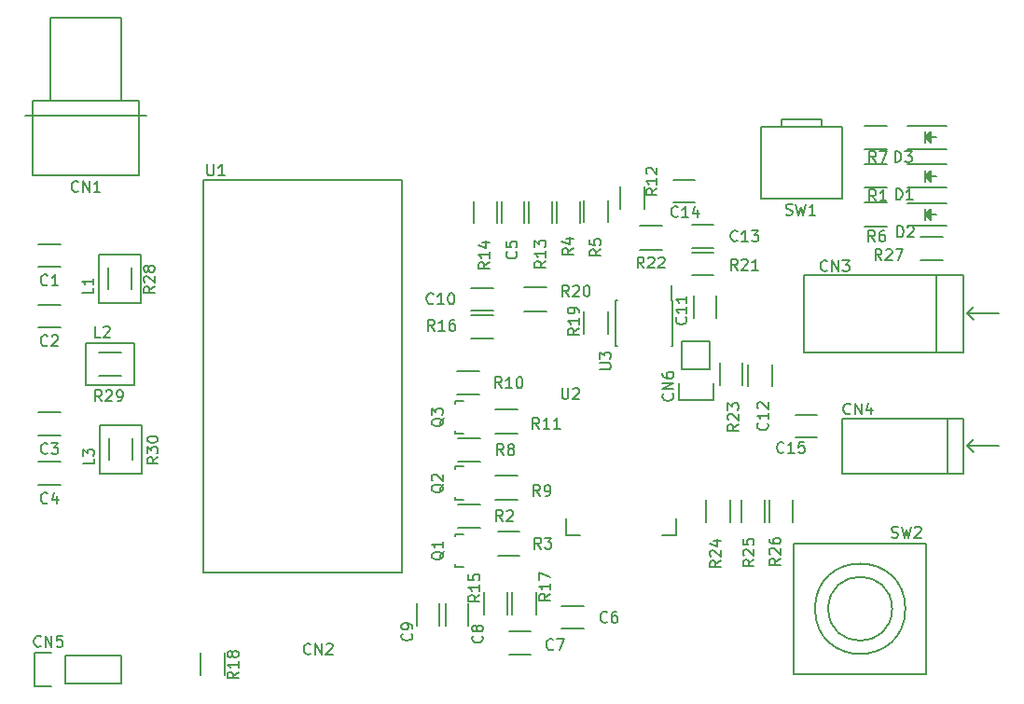
<source format=gbr>
G04 #@! TF.FileFunction,Legend,Top*
%FSLAX46Y46*%
G04 Gerber Fmt 4.6, Leading zero omitted, Abs format (unit mm)*
G04 Created by KiCad (PCBNEW 4.0.2+dfsg1-stable) date Mo 11 Jun 2018 17:17:46 CEST*
%MOMM*%
G01*
G04 APERTURE LIST*
%ADD10C,0.100000*%
%ADD11C,0.150000*%
G04 APERTURE END LIST*
D10*
D11*
X57000000Y-90725000D02*
X59000000Y-90725000D01*
X59000000Y-88675000D02*
X57000000Y-88675000D01*
X57000000Y-96225000D02*
X59000000Y-96225000D01*
X59000000Y-94175000D02*
X57000000Y-94175000D01*
X57000000Y-106025000D02*
X59000000Y-106025000D01*
X59000000Y-103975000D02*
X57000000Y-103975000D01*
X57000000Y-110525000D02*
X59000000Y-110525000D01*
X59000000Y-108475000D02*
X57000000Y-108475000D01*
X99075000Y-84800000D02*
X99075000Y-86800000D01*
X101125000Y-86800000D02*
X101125000Y-84800000D01*
X104500000Y-123625000D02*
X106500000Y-123625000D01*
X106500000Y-121575000D02*
X104500000Y-121575000D01*
X99700000Y-125925000D02*
X101700000Y-125925000D01*
X101700000Y-123875000D02*
X99700000Y-123875000D01*
X96025000Y-123300000D02*
X96025000Y-121300000D01*
X93975000Y-121300000D02*
X93975000Y-123300000D01*
X93425000Y-123300000D02*
X93425000Y-121300000D01*
X91375000Y-121300000D02*
X91375000Y-123300000D01*
X96300000Y-94725000D02*
X98300000Y-94725000D01*
X98300000Y-92675000D02*
X96300000Y-92675000D01*
X118525000Y-95400000D02*
X118525000Y-93400000D01*
X116475000Y-93400000D02*
X116475000Y-95400000D01*
X120925000Y-101500000D02*
X120925000Y-99500000D01*
X118875000Y-99500000D02*
X118875000Y-101500000D01*
X118300000Y-89475000D02*
X116300000Y-89475000D01*
X116300000Y-91525000D02*
X118300000Y-91525000D01*
X64500000Y-75700000D02*
X64500000Y-68100000D01*
X64500000Y-68100000D02*
X58100000Y-68100000D01*
X58100000Y-68100000D02*
X58100000Y-75700000D01*
X66800000Y-77000000D02*
X55800000Y-77000000D01*
X66100000Y-82400000D02*
X56500000Y-82400000D01*
X56500000Y-82400000D02*
X56500000Y-75700000D01*
X56500000Y-75700000D02*
X66100000Y-75700000D01*
X66100000Y-75700000D02*
X66100000Y-82400000D01*
X66300000Y-89600000D02*
X66300000Y-94000000D01*
X66300000Y-94000000D02*
X62500000Y-94000000D01*
X62500000Y-94000000D02*
X62500000Y-89600000D01*
X62500000Y-89600000D02*
X66300000Y-89600000D01*
X65700000Y-101500000D02*
X61300000Y-101500000D01*
X61300000Y-101500000D02*
X61300000Y-97700000D01*
X61300000Y-97700000D02*
X65700000Y-97700000D01*
X65700000Y-97700000D02*
X65700000Y-101500000D01*
X66400000Y-105100000D02*
X66400000Y-109500000D01*
X66400000Y-109500000D02*
X62600000Y-109500000D01*
X62600000Y-109500000D02*
X62600000Y-105100000D01*
X62600000Y-105100000D02*
X66400000Y-105100000D01*
X132000000Y-81425000D02*
X134000000Y-81425000D01*
X134000000Y-83575000D02*
X132000000Y-83575000D01*
X95100000Y-112325000D02*
X97100000Y-112325000D01*
X97100000Y-114475000D02*
X95100000Y-114475000D01*
X98700000Y-114825000D02*
X100700000Y-114825000D01*
X100700000Y-116975000D02*
X98700000Y-116975000D01*
X104025000Y-86800000D02*
X104025000Y-84800000D01*
X106175000Y-84800000D02*
X106175000Y-86800000D01*
X106525000Y-86700000D02*
X106525000Y-84700000D01*
X108675000Y-84700000D02*
X108675000Y-86700000D01*
X132000000Y-84925000D02*
X134000000Y-84925000D01*
X134000000Y-87075000D02*
X132000000Y-87075000D01*
X132000000Y-77925000D02*
X134000000Y-77925000D01*
X134000000Y-80075000D02*
X132000000Y-80075000D01*
X95100000Y-106325000D02*
X97100000Y-106325000D01*
X97100000Y-108475000D02*
X95100000Y-108475000D01*
X98500000Y-109725000D02*
X100500000Y-109725000D01*
X100500000Y-111875000D02*
X98500000Y-111875000D01*
X95000000Y-100225000D02*
X97000000Y-100225000D01*
X97000000Y-102375000D02*
X95000000Y-102375000D01*
X98500000Y-103725000D02*
X100500000Y-103725000D01*
X100500000Y-105875000D02*
X98500000Y-105875000D01*
X111975000Y-83500000D02*
X111975000Y-85500000D01*
X109825000Y-85500000D02*
X109825000Y-83500000D01*
X101525000Y-86800000D02*
X101525000Y-84800000D01*
X103675000Y-84800000D02*
X103675000Y-86800000D01*
X98675000Y-84800000D02*
X98675000Y-86800000D01*
X96525000Y-86800000D02*
X96525000Y-84800000D01*
X99575000Y-120300000D02*
X99575000Y-122300000D01*
X97425000Y-122300000D02*
X97425000Y-120300000D01*
X96300000Y-95125000D02*
X98300000Y-95125000D01*
X98300000Y-97275000D02*
X96300000Y-97275000D01*
X100025000Y-122300000D02*
X100025000Y-120300000D01*
X102175000Y-120300000D02*
X102175000Y-122300000D01*
X73875000Y-125800000D02*
X73875000Y-127800000D01*
X71725000Y-127800000D02*
X71725000Y-125800000D01*
X108675000Y-94800000D02*
X108675000Y-96800000D01*
X106525000Y-96800000D02*
X106525000Y-94800000D01*
X101100000Y-92625000D02*
X103100000Y-92625000D01*
X103100000Y-94775000D02*
X101100000Y-94775000D01*
X116300000Y-86925000D02*
X118300000Y-86925000D01*
X118300000Y-89075000D02*
X116300000Y-89075000D01*
X111600000Y-87025000D02*
X113600000Y-87025000D01*
X113600000Y-89175000D02*
X111600000Y-89175000D01*
X123575000Y-99600000D02*
X123575000Y-101600000D01*
X121425000Y-101600000D02*
X121425000Y-99600000D01*
X72000000Y-118500000D02*
X90000000Y-118500000D01*
X90000000Y-118500000D02*
X90000000Y-82900000D01*
X90000000Y-82900000D02*
X72000000Y-82900000D01*
X72000000Y-82900000D02*
X72000000Y-118500000D01*
X114900000Y-115100000D02*
X113650000Y-115100000D01*
X114900000Y-115100000D02*
X114900000Y-113600000D01*
X104900000Y-115100000D02*
X104900000Y-113600000D01*
X104900000Y-115100000D02*
X106150000Y-115100000D01*
X114578500Y-93820500D02*
X114433500Y-93820500D01*
X114578500Y-97970500D02*
X114433500Y-97970500D01*
X109428500Y-97970500D02*
X109573500Y-97970500D01*
X109428500Y-93820500D02*
X109573500Y-93820500D01*
X114578500Y-93820500D02*
X114578500Y-97970500D01*
X109428500Y-93820500D02*
X109428500Y-97970500D01*
X114433500Y-93820500D02*
X114433500Y-92420500D01*
X135850000Y-83550000D02*
X139450000Y-83550000D01*
X135850000Y-81450000D02*
X139450000Y-81450000D01*
X137900000Y-82200000D02*
X137900000Y-82800000D01*
X137900000Y-82800000D02*
X137600000Y-82500000D01*
X137600000Y-82500000D02*
X137800000Y-82300000D01*
X137800000Y-82300000D02*
X137800000Y-82550000D01*
X137800000Y-82550000D02*
X137750000Y-82500000D01*
X137500000Y-82000000D02*
X137500000Y-83000000D01*
X138000000Y-82500000D02*
X138500000Y-82500000D01*
X137500000Y-82500000D02*
X138000000Y-82000000D01*
X138000000Y-82000000D02*
X138000000Y-83000000D01*
X138000000Y-83000000D02*
X137500000Y-82500000D01*
X135850000Y-87050000D02*
X139450000Y-87050000D01*
X135850000Y-84950000D02*
X139450000Y-84950000D01*
X137900000Y-85700000D02*
X137900000Y-86300000D01*
X137900000Y-86300000D02*
X137600000Y-86000000D01*
X137600000Y-86000000D02*
X137800000Y-85800000D01*
X137800000Y-85800000D02*
X137800000Y-86050000D01*
X137800000Y-86050000D02*
X137750000Y-86000000D01*
X137500000Y-85500000D02*
X137500000Y-86500000D01*
X138000000Y-86000000D02*
X138500000Y-86000000D01*
X137500000Y-86000000D02*
X138000000Y-85500000D01*
X138000000Y-85500000D02*
X138000000Y-86500000D01*
X138000000Y-86500000D02*
X137500000Y-86000000D01*
X135850000Y-80050000D02*
X139450000Y-80050000D01*
X135850000Y-77950000D02*
X139450000Y-77950000D01*
X137900000Y-78700000D02*
X137900000Y-79300000D01*
X137900000Y-79300000D02*
X137600000Y-79000000D01*
X137600000Y-79000000D02*
X137800000Y-78800000D01*
X137800000Y-78800000D02*
X137800000Y-79050000D01*
X137800000Y-79050000D02*
X137750000Y-79000000D01*
X137500000Y-78500000D02*
X137500000Y-79500000D01*
X138000000Y-79000000D02*
X138500000Y-79000000D01*
X137500000Y-79000000D02*
X138000000Y-78500000D01*
X138000000Y-78500000D02*
X138000000Y-79500000D01*
X138000000Y-79500000D02*
X137500000Y-79000000D01*
X94849760Y-115200840D02*
X94849760Y-115249100D01*
X95550800Y-117999820D02*
X94849760Y-117999820D01*
X94849760Y-117999820D02*
X94849760Y-117750900D01*
X94849760Y-115200840D02*
X94849760Y-115000180D01*
X94849760Y-115000180D02*
X95550800Y-115000180D01*
X94849760Y-109100840D02*
X94849760Y-109149100D01*
X95550800Y-111899820D02*
X94849760Y-111899820D01*
X94849760Y-111899820D02*
X94849760Y-111650900D01*
X94849760Y-109100840D02*
X94849760Y-108900180D01*
X94849760Y-108900180D02*
X95550800Y-108900180D01*
X94849760Y-103100840D02*
X94849760Y-103149100D01*
X95550800Y-105899820D02*
X94849760Y-105899820D01*
X94849760Y-105899820D02*
X94849760Y-105650900D01*
X94849760Y-103100840D02*
X94849760Y-102900180D01*
X94849760Y-102900180D02*
X95550800Y-102900180D01*
X117625000Y-113900000D02*
X117625000Y-111900000D01*
X119775000Y-111900000D02*
X119775000Y-113900000D01*
X120825000Y-113900000D02*
X120825000Y-111900000D01*
X122975000Y-111900000D02*
X122975000Y-113900000D01*
X123325000Y-113900000D02*
X123325000Y-111900000D01*
X125475000Y-111900000D02*
X125475000Y-113900000D01*
X125600000Y-115900000D02*
X125600000Y-127700000D01*
X125600000Y-115900000D02*
X137600000Y-115900000D01*
X137600000Y-115900000D02*
X137600000Y-127700000D01*
X137600000Y-127700000D02*
X125600000Y-127700000D01*
X134500000Y-121800000D02*
G75*
G03X134500000Y-121800000I-2900000J0D01*
G01*
X135700000Y-121800000D02*
G75*
G03X135700000Y-121800000I-4100000J0D01*
G01*
X114600000Y-84925000D02*
X116600000Y-84925000D01*
X116600000Y-82875000D02*
X114600000Y-82875000D01*
X125700000Y-106225000D02*
X127700000Y-106225000D01*
X127700000Y-104175000D02*
X125700000Y-104175000D01*
X137100000Y-88025000D02*
X139100000Y-88025000D01*
X139100000Y-90175000D02*
X137100000Y-90175000D01*
X138500000Y-91500000D02*
X138500000Y-98500000D01*
X141000000Y-91500000D02*
X141000000Y-98500000D01*
X141000000Y-98500000D02*
X126500000Y-98500000D01*
X126500000Y-98500000D02*
X126500000Y-91500000D01*
X126500000Y-91500000D02*
X141000000Y-91500000D01*
X141900000Y-94400000D02*
X141300000Y-95000000D01*
X141300000Y-95000000D02*
X141900000Y-95600000D01*
X144200000Y-95000000D02*
X141300000Y-95000000D01*
X141900000Y-106400000D02*
X141300000Y-107000000D01*
X141300000Y-107000000D02*
X141900000Y-107600000D01*
X144200000Y-107000000D02*
X141300000Y-107000000D01*
X139500000Y-104500000D02*
X139500000Y-109500000D01*
X141000000Y-104500000D02*
X141000000Y-109500000D01*
X141000000Y-109500000D02*
X130000000Y-109500000D01*
X130000000Y-109500000D02*
X130000000Y-104500000D01*
X130000000Y-104500000D02*
X141000000Y-104500000D01*
X128100000Y-77400000D02*
X128100000Y-78000000D01*
X128100000Y-77400000D02*
X124500000Y-77400000D01*
X124500000Y-77400000D02*
X124500000Y-78000000D01*
X130000000Y-84600000D02*
X122600000Y-84600000D01*
X122600000Y-84600000D02*
X122600000Y-78000000D01*
X122600000Y-78000000D02*
X130000000Y-78000000D01*
X130000000Y-78000000D02*
X130000000Y-84600000D01*
X65475000Y-90800000D02*
X65475000Y-92800000D01*
X63325000Y-92800000D02*
X63325000Y-90800000D01*
X64500000Y-100675000D02*
X62500000Y-100675000D01*
X62500000Y-98525000D02*
X64500000Y-98525000D01*
X65575000Y-106300000D02*
X65575000Y-108300000D01*
X63425000Y-108300000D02*
X63425000Y-106300000D01*
X59470000Y-128570000D02*
X64550000Y-128570000D01*
X64550000Y-128570000D02*
X64550000Y-126030000D01*
X64550000Y-126030000D02*
X59470000Y-126030000D01*
X56650000Y-125750000D02*
X58200000Y-125750000D01*
X59470000Y-126030000D02*
X59470000Y-128570000D01*
X58200000Y-128850000D02*
X56650000Y-128850000D01*
X56650000Y-128850000D02*
X56650000Y-125750000D01*
X115430000Y-100030000D02*
X115430000Y-97490000D01*
X115150000Y-102850000D02*
X115150000Y-101300000D01*
X115430000Y-100030000D02*
X117970000Y-100030000D01*
X118250000Y-101300000D02*
X118250000Y-102850000D01*
X118250000Y-102850000D02*
X115150000Y-102850000D01*
X117970000Y-100030000D02*
X117970000Y-97490000D01*
X117970000Y-97490000D02*
X115430000Y-97490000D01*
X57833334Y-92357143D02*
X57785715Y-92404762D01*
X57642858Y-92452381D01*
X57547620Y-92452381D01*
X57404762Y-92404762D01*
X57309524Y-92309524D01*
X57261905Y-92214286D01*
X57214286Y-92023810D01*
X57214286Y-91880952D01*
X57261905Y-91690476D01*
X57309524Y-91595238D01*
X57404762Y-91500000D01*
X57547620Y-91452381D01*
X57642858Y-91452381D01*
X57785715Y-91500000D01*
X57833334Y-91547619D01*
X58785715Y-92452381D02*
X58214286Y-92452381D01*
X58500000Y-92452381D02*
X58500000Y-91452381D01*
X58404762Y-91595238D01*
X58309524Y-91690476D01*
X58214286Y-91738095D01*
X57833334Y-97857143D02*
X57785715Y-97904762D01*
X57642858Y-97952381D01*
X57547620Y-97952381D01*
X57404762Y-97904762D01*
X57309524Y-97809524D01*
X57261905Y-97714286D01*
X57214286Y-97523810D01*
X57214286Y-97380952D01*
X57261905Y-97190476D01*
X57309524Y-97095238D01*
X57404762Y-97000000D01*
X57547620Y-96952381D01*
X57642858Y-96952381D01*
X57785715Y-97000000D01*
X57833334Y-97047619D01*
X58214286Y-97047619D02*
X58261905Y-97000000D01*
X58357143Y-96952381D01*
X58595239Y-96952381D01*
X58690477Y-97000000D01*
X58738096Y-97047619D01*
X58785715Y-97142857D01*
X58785715Y-97238095D01*
X58738096Y-97380952D01*
X58166667Y-97952381D01*
X58785715Y-97952381D01*
X57833334Y-107657143D02*
X57785715Y-107704762D01*
X57642858Y-107752381D01*
X57547620Y-107752381D01*
X57404762Y-107704762D01*
X57309524Y-107609524D01*
X57261905Y-107514286D01*
X57214286Y-107323810D01*
X57214286Y-107180952D01*
X57261905Y-106990476D01*
X57309524Y-106895238D01*
X57404762Y-106800000D01*
X57547620Y-106752381D01*
X57642858Y-106752381D01*
X57785715Y-106800000D01*
X57833334Y-106847619D01*
X58166667Y-106752381D02*
X58785715Y-106752381D01*
X58452381Y-107133333D01*
X58595239Y-107133333D01*
X58690477Y-107180952D01*
X58738096Y-107228571D01*
X58785715Y-107323810D01*
X58785715Y-107561905D01*
X58738096Y-107657143D01*
X58690477Y-107704762D01*
X58595239Y-107752381D01*
X58309524Y-107752381D01*
X58214286Y-107704762D01*
X58166667Y-107657143D01*
X57833334Y-112157143D02*
X57785715Y-112204762D01*
X57642858Y-112252381D01*
X57547620Y-112252381D01*
X57404762Y-112204762D01*
X57309524Y-112109524D01*
X57261905Y-112014286D01*
X57214286Y-111823810D01*
X57214286Y-111680952D01*
X57261905Y-111490476D01*
X57309524Y-111395238D01*
X57404762Y-111300000D01*
X57547620Y-111252381D01*
X57642858Y-111252381D01*
X57785715Y-111300000D01*
X57833334Y-111347619D01*
X58690477Y-111585714D02*
X58690477Y-112252381D01*
X58452381Y-111204762D02*
X58214286Y-111919048D01*
X58833334Y-111919048D01*
X100357143Y-89366666D02*
X100404762Y-89414285D01*
X100452381Y-89557142D01*
X100452381Y-89652380D01*
X100404762Y-89795238D01*
X100309524Y-89890476D01*
X100214286Y-89938095D01*
X100023810Y-89985714D01*
X99880952Y-89985714D01*
X99690476Y-89938095D01*
X99595238Y-89890476D01*
X99500000Y-89795238D01*
X99452381Y-89652380D01*
X99452381Y-89557142D01*
X99500000Y-89414285D01*
X99547619Y-89366666D01*
X99452381Y-88461904D02*
X99452381Y-88938095D01*
X99928571Y-88985714D01*
X99880952Y-88938095D01*
X99833333Y-88842857D01*
X99833333Y-88604761D01*
X99880952Y-88509523D01*
X99928571Y-88461904D01*
X100023810Y-88414285D01*
X100261905Y-88414285D01*
X100357143Y-88461904D01*
X100404762Y-88509523D01*
X100452381Y-88604761D01*
X100452381Y-88842857D01*
X100404762Y-88938095D01*
X100357143Y-88985714D01*
X108633334Y-122957143D02*
X108585715Y-123004762D01*
X108442858Y-123052381D01*
X108347620Y-123052381D01*
X108204762Y-123004762D01*
X108109524Y-122909524D01*
X108061905Y-122814286D01*
X108014286Y-122623810D01*
X108014286Y-122480952D01*
X108061905Y-122290476D01*
X108109524Y-122195238D01*
X108204762Y-122100000D01*
X108347620Y-122052381D01*
X108442858Y-122052381D01*
X108585715Y-122100000D01*
X108633334Y-122147619D01*
X109490477Y-122052381D02*
X109300000Y-122052381D01*
X109204762Y-122100000D01*
X109157143Y-122147619D01*
X109061905Y-122290476D01*
X109014286Y-122480952D01*
X109014286Y-122861905D01*
X109061905Y-122957143D01*
X109109524Y-123004762D01*
X109204762Y-123052381D01*
X109395239Y-123052381D01*
X109490477Y-123004762D01*
X109538096Y-122957143D01*
X109585715Y-122861905D01*
X109585715Y-122623810D01*
X109538096Y-122528571D01*
X109490477Y-122480952D01*
X109395239Y-122433333D01*
X109204762Y-122433333D01*
X109109524Y-122480952D01*
X109061905Y-122528571D01*
X109014286Y-122623810D01*
X103733334Y-125457143D02*
X103685715Y-125504762D01*
X103542858Y-125552381D01*
X103447620Y-125552381D01*
X103304762Y-125504762D01*
X103209524Y-125409524D01*
X103161905Y-125314286D01*
X103114286Y-125123810D01*
X103114286Y-124980952D01*
X103161905Y-124790476D01*
X103209524Y-124695238D01*
X103304762Y-124600000D01*
X103447620Y-124552381D01*
X103542858Y-124552381D01*
X103685715Y-124600000D01*
X103733334Y-124647619D01*
X104066667Y-124552381D02*
X104733334Y-124552381D01*
X104304762Y-125552381D01*
X97257143Y-124266666D02*
X97304762Y-124314285D01*
X97352381Y-124457142D01*
X97352381Y-124552380D01*
X97304762Y-124695238D01*
X97209524Y-124790476D01*
X97114286Y-124838095D01*
X96923810Y-124885714D01*
X96780952Y-124885714D01*
X96590476Y-124838095D01*
X96495238Y-124790476D01*
X96400000Y-124695238D01*
X96352381Y-124552380D01*
X96352381Y-124457142D01*
X96400000Y-124314285D01*
X96447619Y-124266666D01*
X96780952Y-123695238D02*
X96733333Y-123790476D01*
X96685714Y-123838095D01*
X96590476Y-123885714D01*
X96542857Y-123885714D01*
X96447619Y-123838095D01*
X96400000Y-123790476D01*
X96352381Y-123695238D01*
X96352381Y-123504761D01*
X96400000Y-123409523D01*
X96447619Y-123361904D01*
X96542857Y-123314285D01*
X96590476Y-123314285D01*
X96685714Y-123361904D01*
X96733333Y-123409523D01*
X96780952Y-123504761D01*
X96780952Y-123695238D01*
X96828571Y-123790476D01*
X96876190Y-123838095D01*
X96971429Y-123885714D01*
X97161905Y-123885714D01*
X97257143Y-123838095D01*
X97304762Y-123790476D01*
X97352381Y-123695238D01*
X97352381Y-123504761D01*
X97304762Y-123409523D01*
X97257143Y-123361904D01*
X97161905Y-123314285D01*
X96971429Y-123314285D01*
X96876190Y-123361904D01*
X96828571Y-123409523D01*
X96780952Y-123504761D01*
X90857143Y-124066666D02*
X90904762Y-124114285D01*
X90952381Y-124257142D01*
X90952381Y-124352380D01*
X90904762Y-124495238D01*
X90809524Y-124590476D01*
X90714286Y-124638095D01*
X90523810Y-124685714D01*
X90380952Y-124685714D01*
X90190476Y-124638095D01*
X90095238Y-124590476D01*
X90000000Y-124495238D01*
X89952381Y-124352380D01*
X89952381Y-124257142D01*
X90000000Y-124114285D01*
X90047619Y-124066666D01*
X90952381Y-123590476D02*
X90952381Y-123400000D01*
X90904762Y-123304761D01*
X90857143Y-123257142D01*
X90714286Y-123161904D01*
X90523810Y-123114285D01*
X90142857Y-123114285D01*
X90047619Y-123161904D01*
X90000000Y-123209523D01*
X89952381Y-123304761D01*
X89952381Y-123495238D01*
X90000000Y-123590476D01*
X90047619Y-123638095D01*
X90142857Y-123685714D01*
X90380952Y-123685714D01*
X90476190Y-123638095D01*
X90523810Y-123590476D01*
X90571429Y-123495238D01*
X90571429Y-123304761D01*
X90523810Y-123209523D01*
X90476190Y-123161904D01*
X90380952Y-123114285D01*
X92857143Y-94057143D02*
X92809524Y-94104762D01*
X92666667Y-94152381D01*
X92571429Y-94152381D01*
X92428571Y-94104762D01*
X92333333Y-94009524D01*
X92285714Y-93914286D01*
X92238095Y-93723810D01*
X92238095Y-93580952D01*
X92285714Y-93390476D01*
X92333333Y-93295238D01*
X92428571Y-93200000D01*
X92571429Y-93152381D01*
X92666667Y-93152381D01*
X92809524Y-93200000D01*
X92857143Y-93247619D01*
X93809524Y-94152381D02*
X93238095Y-94152381D01*
X93523809Y-94152381D02*
X93523809Y-93152381D01*
X93428571Y-93295238D01*
X93333333Y-93390476D01*
X93238095Y-93438095D01*
X94428571Y-93152381D02*
X94523810Y-93152381D01*
X94619048Y-93200000D01*
X94666667Y-93247619D01*
X94714286Y-93342857D01*
X94761905Y-93533333D01*
X94761905Y-93771429D01*
X94714286Y-93961905D01*
X94666667Y-94057143D01*
X94619048Y-94104762D01*
X94523810Y-94152381D01*
X94428571Y-94152381D01*
X94333333Y-94104762D01*
X94285714Y-94057143D01*
X94238095Y-93961905D01*
X94190476Y-93771429D01*
X94190476Y-93533333D01*
X94238095Y-93342857D01*
X94285714Y-93247619D01*
X94333333Y-93200000D01*
X94428571Y-93152381D01*
X115757143Y-95342857D02*
X115804762Y-95390476D01*
X115852381Y-95533333D01*
X115852381Y-95628571D01*
X115804762Y-95771429D01*
X115709524Y-95866667D01*
X115614286Y-95914286D01*
X115423810Y-95961905D01*
X115280952Y-95961905D01*
X115090476Y-95914286D01*
X114995238Y-95866667D01*
X114900000Y-95771429D01*
X114852381Y-95628571D01*
X114852381Y-95533333D01*
X114900000Y-95390476D01*
X114947619Y-95342857D01*
X115852381Y-94390476D02*
X115852381Y-94961905D01*
X115852381Y-94676191D02*
X114852381Y-94676191D01*
X114995238Y-94771429D01*
X115090476Y-94866667D01*
X115138095Y-94961905D01*
X115852381Y-93438095D02*
X115852381Y-94009524D01*
X115852381Y-93723810D02*
X114852381Y-93723810D01*
X114995238Y-93819048D01*
X115090476Y-93914286D01*
X115138095Y-94009524D01*
X123157143Y-104942857D02*
X123204762Y-104990476D01*
X123252381Y-105133333D01*
X123252381Y-105228571D01*
X123204762Y-105371429D01*
X123109524Y-105466667D01*
X123014286Y-105514286D01*
X122823810Y-105561905D01*
X122680952Y-105561905D01*
X122490476Y-105514286D01*
X122395238Y-105466667D01*
X122300000Y-105371429D01*
X122252381Y-105228571D01*
X122252381Y-105133333D01*
X122300000Y-104990476D01*
X122347619Y-104942857D01*
X123252381Y-103990476D02*
X123252381Y-104561905D01*
X123252381Y-104276191D02*
X122252381Y-104276191D01*
X122395238Y-104371429D01*
X122490476Y-104466667D01*
X122538095Y-104561905D01*
X122347619Y-103609524D02*
X122300000Y-103561905D01*
X122252381Y-103466667D01*
X122252381Y-103228571D01*
X122300000Y-103133333D01*
X122347619Y-103085714D01*
X122442857Y-103038095D01*
X122538095Y-103038095D01*
X122680952Y-103085714D01*
X123252381Y-103657143D01*
X123252381Y-103038095D01*
X120457143Y-88357143D02*
X120409524Y-88404762D01*
X120266667Y-88452381D01*
X120171429Y-88452381D01*
X120028571Y-88404762D01*
X119933333Y-88309524D01*
X119885714Y-88214286D01*
X119838095Y-88023810D01*
X119838095Y-87880952D01*
X119885714Y-87690476D01*
X119933333Y-87595238D01*
X120028571Y-87500000D01*
X120171429Y-87452381D01*
X120266667Y-87452381D01*
X120409524Y-87500000D01*
X120457143Y-87547619D01*
X121409524Y-88452381D02*
X120838095Y-88452381D01*
X121123809Y-88452381D02*
X121123809Y-87452381D01*
X121028571Y-87595238D01*
X120933333Y-87690476D01*
X120838095Y-87738095D01*
X121742857Y-87452381D02*
X122361905Y-87452381D01*
X122028571Y-87833333D01*
X122171429Y-87833333D01*
X122266667Y-87880952D01*
X122314286Y-87928571D01*
X122361905Y-88023810D01*
X122361905Y-88261905D01*
X122314286Y-88357143D01*
X122266667Y-88404762D01*
X122171429Y-88452381D01*
X121885714Y-88452381D01*
X121790476Y-88404762D01*
X121742857Y-88357143D01*
X60609524Y-83857143D02*
X60561905Y-83904762D01*
X60419048Y-83952381D01*
X60323810Y-83952381D01*
X60180952Y-83904762D01*
X60085714Y-83809524D01*
X60038095Y-83714286D01*
X59990476Y-83523810D01*
X59990476Y-83380952D01*
X60038095Y-83190476D01*
X60085714Y-83095238D01*
X60180952Y-83000000D01*
X60323810Y-82952381D01*
X60419048Y-82952381D01*
X60561905Y-83000000D01*
X60609524Y-83047619D01*
X61038095Y-83952381D02*
X61038095Y-82952381D01*
X61609524Y-83952381D01*
X61609524Y-82952381D01*
X62609524Y-83952381D02*
X62038095Y-83952381D01*
X62323809Y-83952381D02*
X62323809Y-82952381D01*
X62228571Y-83095238D01*
X62133333Y-83190476D01*
X62038095Y-83238095D01*
X81709524Y-125857143D02*
X81661905Y-125904762D01*
X81519048Y-125952381D01*
X81423810Y-125952381D01*
X81280952Y-125904762D01*
X81185714Y-125809524D01*
X81138095Y-125714286D01*
X81090476Y-125523810D01*
X81090476Y-125380952D01*
X81138095Y-125190476D01*
X81185714Y-125095238D01*
X81280952Y-125000000D01*
X81423810Y-124952381D01*
X81519048Y-124952381D01*
X81661905Y-125000000D01*
X81709524Y-125047619D01*
X82138095Y-125952381D02*
X82138095Y-124952381D01*
X82709524Y-125952381D01*
X82709524Y-124952381D01*
X83138095Y-125047619D02*
X83185714Y-125000000D01*
X83280952Y-124952381D01*
X83519048Y-124952381D01*
X83614286Y-125000000D01*
X83661905Y-125047619D01*
X83709524Y-125142857D01*
X83709524Y-125238095D01*
X83661905Y-125380952D01*
X83090476Y-125952381D01*
X83709524Y-125952381D01*
X61952381Y-92666666D02*
X61952381Y-93142857D01*
X60952381Y-93142857D01*
X61952381Y-91809523D02*
X61952381Y-92380952D01*
X61952381Y-92095238D02*
X60952381Y-92095238D01*
X61095238Y-92190476D01*
X61190476Y-92285714D01*
X61238095Y-92380952D01*
X62633334Y-97152381D02*
X62157143Y-97152381D01*
X62157143Y-96152381D01*
X62919048Y-96247619D02*
X62966667Y-96200000D01*
X63061905Y-96152381D01*
X63300001Y-96152381D01*
X63395239Y-96200000D01*
X63442858Y-96247619D01*
X63490477Y-96342857D01*
X63490477Y-96438095D01*
X63442858Y-96580952D01*
X62871429Y-97152381D01*
X63490477Y-97152381D01*
X62052381Y-108166666D02*
X62052381Y-108642857D01*
X61052381Y-108642857D01*
X61052381Y-107928571D02*
X61052381Y-107309523D01*
X61433333Y-107642857D01*
X61433333Y-107499999D01*
X61480952Y-107404761D01*
X61528571Y-107357142D01*
X61623810Y-107309523D01*
X61861905Y-107309523D01*
X61957143Y-107357142D01*
X62004762Y-107404761D01*
X62052381Y-107499999D01*
X62052381Y-107785714D01*
X62004762Y-107880952D01*
X61957143Y-107928571D01*
X133033334Y-84752381D02*
X132700000Y-84276190D01*
X132461905Y-84752381D02*
X132461905Y-83752381D01*
X132842858Y-83752381D01*
X132938096Y-83800000D01*
X132985715Y-83847619D01*
X133033334Y-83942857D01*
X133033334Y-84085714D01*
X132985715Y-84180952D01*
X132938096Y-84228571D01*
X132842858Y-84276190D01*
X132461905Y-84276190D01*
X133985715Y-84752381D02*
X133414286Y-84752381D01*
X133700000Y-84752381D02*
X133700000Y-83752381D01*
X133604762Y-83895238D01*
X133509524Y-83990476D01*
X133414286Y-84038095D01*
X99133334Y-113852381D02*
X98800000Y-113376190D01*
X98561905Y-113852381D02*
X98561905Y-112852381D01*
X98942858Y-112852381D01*
X99038096Y-112900000D01*
X99085715Y-112947619D01*
X99133334Y-113042857D01*
X99133334Y-113185714D01*
X99085715Y-113280952D01*
X99038096Y-113328571D01*
X98942858Y-113376190D01*
X98561905Y-113376190D01*
X99514286Y-112947619D02*
X99561905Y-112900000D01*
X99657143Y-112852381D01*
X99895239Y-112852381D01*
X99990477Y-112900000D01*
X100038096Y-112947619D01*
X100085715Y-113042857D01*
X100085715Y-113138095D01*
X100038096Y-113280952D01*
X99466667Y-113852381D01*
X100085715Y-113852381D01*
X102633334Y-116352381D02*
X102300000Y-115876190D01*
X102061905Y-116352381D02*
X102061905Y-115352381D01*
X102442858Y-115352381D01*
X102538096Y-115400000D01*
X102585715Y-115447619D01*
X102633334Y-115542857D01*
X102633334Y-115685714D01*
X102585715Y-115780952D01*
X102538096Y-115828571D01*
X102442858Y-115876190D01*
X102061905Y-115876190D01*
X102966667Y-115352381D02*
X103585715Y-115352381D01*
X103252381Y-115733333D01*
X103395239Y-115733333D01*
X103490477Y-115780952D01*
X103538096Y-115828571D01*
X103585715Y-115923810D01*
X103585715Y-116161905D01*
X103538096Y-116257143D01*
X103490477Y-116304762D01*
X103395239Y-116352381D01*
X103109524Y-116352381D01*
X103014286Y-116304762D01*
X102966667Y-116257143D01*
X105552381Y-89066666D02*
X105076190Y-89400000D01*
X105552381Y-89638095D02*
X104552381Y-89638095D01*
X104552381Y-89257142D01*
X104600000Y-89161904D01*
X104647619Y-89114285D01*
X104742857Y-89066666D01*
X104885714Y-89066666D01*
X104980952Y-89114285D01*
X105028571Y-89161904D01*
X105076190Y-89257142D01*
X105076190Y-89638095D01*
X104885714Y-88209523D02*
X105552381Y-88209523D01*
X104504762Y-88447619D02*
X105219048Y-88685714D01*
X105219048Y-88066666D01*
X108052381Y-89166666D02*
X107576190Y-89500000D01*
X108052381Y-89738095D02*
X107052381Y-89738095D01*
X107052381Y-89357142D01*
X107100000Y-89261904D01*
X107147619Y-89214285D01*
X107242857Y-89166666D01*
X107385714Y-89166666D01*
X107480952Y-89214285D01*
X107528571Y-89261904D01*
X107576190Y-89357142D01*
X107576190Y-89738095D01*
X107052381Y-88261904D02*
X107052381Y-88738095D01*
X107528571Y-88785714D01*
X107480952Y-88738095D01*
X107433333Y-88642857D01*
X107433333Y-88404761D01*
X107480952Y-88309523D01*
X107528571Y-88261904D01*
X107623810Y-88214285D01*
X107861905Y-88214285D01*
X107957143Y-88261904D01*
X108004762Y-88309523D01*
X108052381Y-88404761D01*
X108052381Y-88642857D01*
X108004762Y-88738095D01*
X107957143Y-88785714D01*
X132933334Y-88452381D02*
X132600000Y-87976190D01*
X132361905Y-88452381D02*
X132361905Y-87452381D01*
X132742858Y-87452381D01*
X132838096Y-87500000D01*
X132885715Y-87547619D01*
X132933334Y-87642857D01*
X132933334Y-87785714D01*
X132885715Y-87880952D01*
X132838096Y-87928571D01*
X132742858Y-87976190D01*
X132361905Y-87976190D01*
X133790477Y-87452381D02*
X133600000Y-87452381D01*
X133504762Y-87500000D01*
X133457143Y-87547619D01*
X133361905Y-87690476D01*
X133314286Y-87880952D01*
X133314286Y-88261905D01*
X133361905Y-88357143D01*
X133409524Y-88404762D01*
X133504762Y-88452381D01*
X133695239Y-88452381D01*
X133790477Y-88404762D01*
X133838096Y-88357143D01*
X133885715Y-88261905D01*
X133885715Y-88023810D01*
X133838096Y-87928571D01*
X133790477Y-87880952D01*
X133695239Y-87833333D01*
X133504762Y-87833333D01*
X133409524Y-87880952D01*
X133361905Y-87928571D01*
X133314286Y-88023810D01*
X133033334Y-81252381D02*
X132700000Y-80776190D01*
X132461905Y-81252381D02*
X132461905Y-80252381D01*
X132842858Y-80252381D01*
X132938096Y-80300000D01*
X132985715Y-80347619D01*
X133033334Y-80442857D01*
X133033334Y-80585714D01*
X132985715Y-80680952D01*
X132938096Y-80728571D01*
X132842858Y-80776190D01*
X132461905Y-80776190D01*
X133366667Y-80252381D02*
X134033334Y-80252381D01*
X133604762Y-81252381D01*
X99233334Y-107852381D02*
X98900000Y-107376190D01*
X98661905Y-107852381D02*
X98661905Y-106852381D01*
X99042858Y-106852381D01*
X99138096Y-106900000D01*
X99185715Y-106947619D01*
X99233334Y-107042857D01*
X99233334Y-107185714D01*
X99185715Y-107280952D01*
X99138096Y-107328571D01*
X99042858Y-107376190D01*
X98661905Y-107376190D01*
X99804762Y-107280952D02*
X99709524Y-107233333D01*
X99661905Y-107185714D01*
X99614286Y-107090476D01*
X99614286Y-107042857D01*
X99661905Y-106947619D01*
X99709524Y-106900000D01*
X99804762Y-106852381D01*
X99995239Y-106852381D01*
X100090477Y-106900000D01*
X100138096Y-106947619D01*
X100185715Y-107042857D01*
X100185715Y-107090476D01*
X100138096Y-107185714D01*
X100090477Y-107233333D01*
X99995239Y-107280952D01*
X99804762Y-107280952D01*
X99709524Y-107328571D01*
X99661905Y-107376190D01*
X99614286Y-107471429D01*
X99614286Y-107661905D01*
X99661905Y-107757143D01*
X99709524Y-107804762D01*
X99804762Y-107852381D01*
X99995239Y-107852381D01*
X100090477Y-107804762D01*
X100138096Y-107757143D01*
X100185715Y-107661905D01*
X100185715Y-107471429D01*
X100138096Y-107376190D01*
X100090477Y-107328571D01*
X99995239Y-107280952D01*
X102533334Y-111552381D02*
X102200000Y-111076190D01*
X101961905Y-111552381D02*
X101961905Y-110552381D01*
X102342858Y-110552381D01*
X102438096Y-110600000D01*
X102485715Y-110647619D01*
X102533334Y-110742857D01*
X102533334Y-110885714D01*
X102485715Y-110980952D01*
X102438096Y-111028571D01*
X102342858Y-111076190D01*
X101961905Y-111076190D01*
X103009524Y-111552381D02*
X103200000Y-111552381D01*
X103295239Y-111504762D01*
X103342858Y-111457143D01*
X103438096Y-111314286D01*
X103485715Y-111123810D01*
X103485715Y-110742857D01*
X103438096Y-110647619D01*
X103390477Y-110600000D01*
X103295239Y-110552381D01*
X103104762Y-110552381D01*
X103009524Y-110600000D01*
X102961905Y-110647619D01*
X102914286Y-110742857D01*
X102914286Y-110980952D01*
X102961905Y-111076190D01*
X103009524Y-111123810D01*
X103104762Y-111171429D01*
X103295239Y-111171429D01*
X103390477Y-111123810D01*
X103438096Y-111076190D01*
X103485715Y-110980952D01*
X99057143Y-101752381D02*
X98723809Y-101276190D01*
X98485714Y-101752381D02*
X98485714Y-100752381D01*
X98866667Y-100752381D01*
X98961905Y-100800000D01*
X99009524Y-100847619D01*
X99057143Y-100942857D01*
X99057143Y-101085714D01*
X99009524Y-101180952D01*
X98961905Y-101228571D01*
X98866667Y-101276190D01*
X98485714Y-101276190D01*
X100009524Y-101752381D02*
X99438095Y-101752381D01*
X99723809Y-101752381D02*
X99723809Y-100752381D01*
X99628571Y-100895238D01*
X99533333Y-100990476D01*
X99438095Y-101038095D01*
X100628571Y-100752381D02*
X100723810Y-100752381D01*
X100819048Y-100800000D01*
X100866667Y-100847619D01*
X100914286Y-100942857D01*
X100961905Y-101133333D01*
X100961905Y-101371429D01*
X100914286Y-101561905D01*
X100866667Y-101657143D01*
X100819048Y-101704762D01*
X100723810Y-101752381D01*
X100628571Y-101752381D01*
X100533333Y-101704762D01*
X100485714Y-101657143D01*
X100438095Y-101561905D01*
X100390476Y-101371429D01*
X100390476Y-101133333D01*
X100438095Y-100942857D01*
X100485714Y-100847619D01*
X100533333Y-100800000D01*
X100628571Y-100752381D01*
X102457143Y-105452381D02*
X102123809Y-104976190D01*
X101885714Y-105452381D02*
X101885714Y-104452381D01*
X102266667Y-104452381D01*
X102361905Y-104500000D01*
X102409524Y-104547619D01*
X102457143Y-104642857D01*
X102457143Y-104785714D01*
X102409524Y-104880952D01*
X102361905Y-104928571D01*
X102266667Y-104976190D01*
X101885714Y-104976190D01*
X103409524Y-105452381D02*
X102838095Y-105452381D01*
X103123809Y-105452381D02*
X103123809Y-104452381D01*
X103028571Y-104595238D01*
X102933333Y-104690476D01*
X102838095Y-104738095D01*
X104361905Y-105452381D02*
X103790476Y-105452381D01*
X104076190Y-105452381D02*
X104076190Y-104452381D01*
X103980952Y-104595238D01*
X103885714Y-104690476D01*
X103790476Y-104738095D01*
X113152381Y-83642857D02*
X112676190Y-83976191D01*
X113152381Y-84214286D02*
X112152381Y-84214286D01*
X112152381Y-83833333D01*
X112200000Y-83738095D01*
X112247619Y-83690476D01*
X112342857Y-83642857D01*
X112485714Y-83642857D01*
X112580952Y-83690476D01*
X112628571Y-83738095D01*
X112676190Y-83833333D01*
X112676190Y-84214286D01*
X113152381Y-82690476D02*
X113152381Y-83261905D01*
X113152381Y-82976191D02*
X112152381Y-82976191D01*
X112295238Y-83071429D01*
X112390476Y-83166667D01*
X112438095Y-83261905D01*
X112247619Y-82309524D02*
X112200000Y-82261905D01*
X112152381Y-82166667D01*
X112152381Y-81928571D01*
X112200000Y-81833333D01*
X112247619Y-81785714D01*
X112342857Y-81738095D01*
X112438095Y-81738095D01*
X112580952Y-81785714D01*
X113152381Y-82357143D01*
X113152381Y-81738095D01*
X103052381Y-90242857D02*
X102576190Y-90576191D01*
X103052381Y-90814286D02*
X102052381Y-90814286D01*
X102052381Y-90433333D01*
X102100000Y-90338095D01*
X102147619Y-90290476D01*
X102242857Y-90242857D01*
X102385714Y-90242857D01*
X102480952Y-90290476D01*
X102528571Y-90338095D01*
X102576190Y-90433333D01*
X102576190Y-90814286D01*
X103052381Y-89290476D02*
X103052381Y-89861905D01*
X103052381Y-89576191D02*
X102052381Y-89576191D01*
X102195238Y-89671429D01*
X102290476Y-89766667D01*
X102338095Y-89861905D01*
X102052381Y-88957143D02*
X102052381Y-88338095D01*
X102433333Y-88671429D01*
X102433333Y-88528571D01*
X102480952Y-88433333D01*
X102528571Y-88385714D01*
X102623810Y-88338095D01*
X102861905Y-88338095D01*
X102957143Y-88385714D01*
X103004762Y-88433333D01*
X103052381Y-88528571D01*
X103052381Y-88814286D01*
X103004762Y-88909524D01*
X102957143Y-88957143D01*
X97952381Y-90342857D02*
X97476190Y-90676191D01*
X97952381Y-90914286D02*
X96952381Y-90914286D01*
X96952381Y-90533333D01*
X97000000Y-90438095D01*
X97047619Y-90390476D01*
X97142857Y-90342857D01*
X97285714Y-90342857D01*
X97380952Y-90390476D01*
X97428571Y-90438095D01*
X97476190Y-90533333D01*
X97476190Y-90914286D01*
X97952381Y-89390476D02*
X97952381Y-89961905D01*
X97952381Y-89676191D02*
X96952381Y-89676191D01*
X97095238Y-89771429D01*
X97190476Y-89866667D01*
X97238095Y-89961905D01*
X97285714Y-88533333D02*
X97952381Y-88533333D01*
X96904762Y-88771429D02*
X97619048Y-89009524D01*
X97619048Y-88390476D01*
X97052381Y-120542857D02*
X96576190Y-120876191D01*
X97052381Y-121114286D02*
X96052381Y-121114286D01*
X96052381Y-120733333D01*
X96100000Y-120638095D01*
X96147619Y-120590476D01*
X96242857Y-120542857D01*
X96385714Y-120542857D01*
X96480952Y-120590476D01*
X96528571Y-120638095D01*
X96576190Y-120733333D01*
X96576190Y-121114286D01*
X97052381Y-119590476D02*
X97052381Y-120161905D01*
X97052381Y-119876191D02*
X96052381Y-119876191D01*
X96195238Y-119971429D01*
X96290476Y-120066667D01*
X96338095Y-120161905D01*
X96052381Y-118685714D02*
X96052381Y-119161905D01*
X96528571Y-119209524D01*
X96480952Y-119161905D01*
X96433333Y-119066667D01*
X96433333Y-118828571D01*
X96480952Y-118733333D01*
X96528571Y-118685714D01*
X96623810Y-118638095D01*
X96861905Y-118638095D01*
X96957143Y-118685714D01*
X97004762Y-118733333D01*
X97052381Y-118828571D01*
X97052381Y-119066667D01*
X97004762Y-119161905D01*
X96957143Y-119209524D01*
X92957143Y-96552381D02*
X92623809Y-96076190D01*
X92385714Y-96552381D02*
X92385714Y-95552381D01*
X92766667Y-95552381D01*
X92861905Y-95600000D01*
X92909524Y-95647619D01*
X92957143Y-95742857D01*
X92957143Y-95885714D01*
X92909524Y-95980952D01*
X92861905Y-96028571D01*
X92766667Y-96076190D01*
X92385714Y-96076190D01*
X93909524Y-96552381D02*
X93338095Y-96552381D01*
X93623809Y-96552381D02*
X93623809Y-95552381D01*
X93528571Y-95695238D01*
X93433333Y-95790476D01*
X93338095Y-95838095D01*
X94766667Y-95552381D02*
X94576190Y-95552381D01*
X94480952Y-95600000D01*
X94433333Y-95647619D01*
X94338095Y-95790476D01*
X94290476Y-95980952D01*
X94290476Y-96361905D01*
X94338095Y-96457143D01*
X94385714Y-96504762D01*
X94480952Y-96552381D01*
X94671429Y-96552381D01*
X94766667Y-96504762D01*
X94814286Y-96457143D01*
X94861905Y-96361905D01*
X94861905Y-96123810D01*
X94814286Y-96028571D01*
X94766667Y-95980952D01*
X94671429Y-95933333D01*
X94480952Y-95933333D01*
X94385714Y-95980952D01*
X94338095Y-96028571D01*
X94290476Y-96123810D01*
X103452381Y-120442857D02*
X102976190Y-120776191D01*
X103452381Y-121014286D02*
X102452381Y-121014286D01*
X102452381Y-120633333D01*
X102500000Y-120538095D01*
X102547619Y-120490476D01*
X102642857Y-120442857D01*
X102785714Y-120442857D01*
X102880952Y-120490476D01*
X102928571Y-120538095D01*
X102976190Y-120633333D01*
X102976190Y-121014286D01*
X103452381Y-119490476D02*
X103452381Y-120061905D01*
X103452381Y-119776191D02*
X102452381Y-119776191D01*
X102595238Y-119871429D01*
X102690476Y-119966667D01*
X102738095Y-120061905D01*
X102452381Y-119157143D02*
X102452381Y-118490476D01*
X103452381Y-118919048D01*
X75152381Y-127542857D02*
X74676190Y-127876191D01*
X75152381Y-128114286D02*
X74152381Y-128114286D01*
X74152381Y-127733333D01*
X74200000Y-127638095D01*
X74247619Y-127590476D01*
X74342857Y-127542857D01*
X74485714Y-127542857D01*
X74580952Y-127590476D01*
X74628571Y-127638095D01*
X74676190Y-127733333D01*
X74676190Y-128114286D01*
X75152381Y-126590476D02*
X75152381Y-127161905D01*
X75152381Y-126876191D02*
X74152381Y-126876191D01*
X74295238Y-126971429D01*
X74390476Y-127066667D01*
X74438095Y-127161905D01*
X74580952Y-126019048D02*
X74533333Y-126114286D01*
X74485714Y-126161905D01*
X74390476Y-126209524D01*
X74342857Y-126209524D01*
X74247619Y-126161905D01*
X74200000Y-126114286D01*
X74152381Y-126019048D01*
X74152381Y-125828571D01*
X74200000Y-125733333D01*
X74247619Y-125685714D01*
X74342857Y-125638095D01*
X74390476Y-125638095D01*
X74485714Y-125685714D01*
X74533333Y-125733333D01*
X74580952Y-125828571D01*
X74580952Y-126019048D01*
X74628571Y-126114286D01*
X74676190Y-126161905D01*
X74771429Y-126209524D01*
X74961905Y-126209524D01*
X75057143Y-126161905D01*
X75104762Y-126114286D01*
X75152381Y-126019048D01*
X75152381Y-125828571D01*
X75104762Y-125733333D01*
X75057143Y-125685714D01*
X74961905Y-125638095D01*
X74771429Y-125638095D01*
X74676190Y-125685714D01*
X74628571Y-125733333D01*
X74580952Y-125828571D01*
X106052381Y-96342857D02*
X105576190Y-96676191D01*
X106052381Y-96914286D02*
X105052381Y-96914286D01*
X105052381Y-96533333D01*
X105100000Y-96438095D01*
X105147619Y-96390476D01*
X105242857Y-96342857D01*
X105385714Y-96342857D01*
X105480952Y-96390476D01*
X105528571Y-96438095D01*
X105576190Y-96533333D01*
X105576190Y-96914286D01*
X106052381Y-95390476D02*
X106052381Y-95961905D01*
X106052381Y-95676191D02*
X105052381Y-95676191D01*
X105195238Y-95771429D01*
X105290476Y-95866667D01*
X105338095Y-95961905D01*
X106052381Y-94914286D02*
X106052381Y-94723810D01*
X106004762Y-94628571D01*
X105957143Y-94580952D01*
X105814286Y-94485714D01*
X105623810Y-94438095D01*
X105242857Y-94438095D01*
X105147619Y-94485714D01*
X105100000Y-94533333D01*
X105052381Y-94628571D01*
X105052381Y-94819048D01*
X105100000Y-94914286D01*
X105147619Y-94961905D01*
X105242857Y-95009524D01*
X105480952Y-95009524D01*
X105576190Y-94961905D01*
X105623810Y-94914286D01*
X105671429Y-94819048D01*
X105671429Y-94628571D01*
X105623810Y-94533333D01*
X105576190Y-94485714D01*
X105480952Y-94438095D01*
X105157143Y-93452381D02*
X104823809Y-92976190D01*
X104585714Y-93452381D02*
X104585714Y-92452381D01*
X104966667Y-92452381D01*
X105061905Y-92500000D01*
X105109524Y-92547619D01*
X105157143Y-92642857D01*
X105157143Y-92785714D01*
X105109524Y-92880952D01*
X105061905Y-92928571D01*
X104966667Y-92976190D01*
X104585714Y-92976190D01*
X105538095Y-92547619D02*
X105585714Y-92500000D01*
X105680952Y-92452381D01*
X105919048Y-92452381D01*
X106014286Y-92500000D01*
X106061905Y-92547619D01*
X106109524Y-92642857D01*
X106109524Y-92738095D01*
X106061905Y-92880952D01*
X105490476Y-93452381D01*
X106109524Y-93452381D01*
X106728571Y-92452381D02*
X106823810Y-92452381D01*
X106919048Y-92500000D01*
X106966667Y-92547619D01*
X107014286Y-92642857D01*
X107061905Y-92833333D01*
X107061905Y-93071429D01*
X107014286Y-93261905D01*
X106966667Y-93357143D01*
X106919048Y-93404762D01*
X106823810Y-93452381D01*
X106728571Y-93452381D01*
X106633333Y-93404762D01*
X106585714Y-93357143D01*
X106538095Y-93261905D01*
X106490476Y-93071429D01*
X106490476Y-92833333D01*
X106538095Y-92642857D01*
X106585714Y-92547619D01*
X106633333Y-92500000D01*
X106728571Y-92452381D01*
X120457143Y-91052381D02*
X120123809Y-90576190D01*
X119885714Y-91052381D02*
X119885714Y-90052381D01*
X120266667Y-90052381D01*
X120361905Y-90100000D01*
X120409524Y-90147619D01*
X120457143Y-90242857D01*
X120457143Y-90385714D01*
X120409524Y-90480952D01*
X120361905Y-90528571D01*
X120266667Y-90576190D01*
X119885714Y-90576190D01*
X120838095Y-90147619D02*
X120885714Y-90100000D01*
X120980952Y-90052381D01*
X121219048Y-90052381D01*
X121314286Y-90100000D01*
X121361905Y-90147619D01*
X121409524Y-90242857D01*
X121409524Y-90338095D01*
X121361905Y-90480952D01*
X120790476Y-91052381D01*
X121409524Y-91052381D01*
X122361905Y-91052381D02*
X121790476Y-91052381D01*
X122076190Y-91052381D02*
X122076190Y-90052381D01*
X121980952Y-90195238D01*
X121885714Y-90290476D01*
X121790476Y-90338095D01*
X111957143Y-90852381D02*
X111623809Y-90376190D01*
X111385714Y-90852381D02*
X111385714Y-89852381D01*
X111766667Y-89852381D01*
X111861905Y-89900000D01*
X111909524Y-89947619D01*
X111957143Y-90042857D01*
X111957143Y-90185714D01*
X111909524Y-90280952D01*
X111861905Y-90328571D01*
X111766667Y-90376190D01*
X111385714Y-90376190D01*
X112338095Y-89947619D02*
X112385714Y-89900000D01*
X112480952Y-89852381D01*
X112719048Y-89852381D01*
X112814286Y-89900000D01*
X112861905Y-89947619D01*
X112909524Y-90042857D01*
X112909524Y-90138095D01*
X112861905Y-90280952D01*
X112290476Y-90852381D01*
X112909524Y-90852381D01*
X113290476Y-89947619D02*
X113338095Y-89900000D01*
X113433333Y-89852381D01*
X113671429Y-89852381D01*
X113766667Y-89900000D01*
X113814286Y-89947619D01*
X113861905Y-90042857D01*
X113861905Y-90138095D01*
X113814286Y-90280952D01*
X113242857Y-90852381D01*
X113861905Y-90852381D01*
X120552381Y-105042857D02*
X120076190Y-105376191D01*
X120552381Y-105614286D02*
X119552381Y-105614286D01*
X119552381Y-105233333D01*
X119600000Y-105138095D01*
X119647619Y-105090476D01*
X119742857Y-105042857D01*
X119885714Y-105042857D01*
X119980952Y-105090476D01*
X120028571Y-105138095D01*
X120076190Y-105233333D01*
X120076190Y-105614286D01*
X119647619Y-104661905D02*
X119600000Y-104614286D01*
X119552381Y-104519048D01*
X119552381Y-104280952D01*
X119600000Y-104185714D01*
X119647619Y-104138095D01*
X119742857Y-104090476D01*
X119838095Y-104090476D01*
X119980952Y-104138095D01*
X120552381Y-104709524D01*
X120552381Y-104090476D01*
X119552381Y-103757143D02*
X119552381Y-103138095D01*
X119933333Y-103471429D01*
X119933333Y-103328571D01*
X119980952Y-103233333D01*
X120028571Y-103185714D01*
X120123810Y-103138095D01*
X120361905Y-103138095D01*
X120457143Y-103185714D01*
X120504762Y-103233333D01*
X120552381Y-103328571D01*
X120552381Y-103614286D01*
X120504762Y-103709524D01*
X120457143Y-103757143D01*
X72338095Y-81452381D02*
X72338095Y-82261905D01*
X72385714Y-82357143D01*
X72433333Y-82404762D01*
X72528571Y-82452381D01*
X72719048Y-82452381D01*
X72814286Y-82404762D01*
X72861905Y-82357143D01*
X72909524Y-82261905D01*
X72909524Y-81452381D01*
X73909524Y-82452381D02*
X73338095Y-82452381D01*
X73623809Y-82452381D02*
X73623809Y-81452381D01*
X73528571Y-81595238D01*
X73433333Y-81690476D01*
X73338095Y-81738095D01*
X104538095Y-101752381D02*
X104538095Y-102561905D01*
X104585714Y-102657143D01*
X104633333Y-102704762D01*
X104728571Y-102752381D01*
X104919048Y-102752381D01*
X105014286Y-102704762D01*
X105061905Y-102657143D01*
X105109524Y-102561905D01*
X105109524Y-101752381D01*
X105538095Y-101847619D02*
X105585714Y-101800000D01*
X105680952Y-101752381D01*
X105919048Y-101752381D01*
X106014286Y-101800000D01*
X106061905Y-101847619D01*
X106109524Y-101942857D01*
X106109524Y-102038095D01*
X106061905Y-102180952D01*
X105490476Y-102752381D01*
X106109524Y-102752381D01*
X107952381Y-100061905D02*
X108761905Y-100061905D01*
X108857143Y-100014286D01*
X108904762Y-99966667D01*
X108952381Y-99871429D01*
X108952381Y-99680952D01*
X108904762Y-99585714D01*
X108857143Y-99538095D01*
X108761905Y-99490476D01*
X107952381Y-99490476D01*
X107952381Y-99109524D02*
X107952381Y-98490476D01*
X108333333Y-98823810D01*
X108333333Y-98680952D01*
X108380952Y-98585714D01*
X108428571Y-98538095D01*
X108523810Y-98490476D01*
X108761905Y-98490476D01*
X108857143Y-98538095D01*
X108904762Y-98585714D01*
X108952381Y-98680952D01*
X108952381Y-98966667D01*
X108904762Y-99061905D01*
X108857143Y-99109524D01*
X134861905Y-84652381D02*
X134861905Y-83652381D01*
X135100000Y-83652381D01*
X135242858Y-83700000D01*
X135338096Y-83795238D01*
X135385715Y-83890476D01*
X135433334Y-84080952D01*
X135433334Y-84223810D01*
X135385715Y-84414286D01*
X135338096Y-84509524D01*
X135242858Y-84604762D01*
X135100000Y-84652381D01*
X134861905Y-84652381D01*
X136385715Y-84652381D02*
X135814286Y-84652381D01*
X136100000Y-84652381D02*
X136100000Y-83652381D01*
X136004762Y-83795238D01*
X135909524Y-83890476D01*
X135814286Y-83938095D01*
X134961905Y-88052381D02*
X134961905Y-87052381D01*
X135200000Y-87052381D01*
X135342858Y-87100000D01*
X135438096Y-87195238D01*
X135485715Y-87290476D01*
X135533334Y-87480952D01*
X135533334Y-87623810D01*
X135485715Y-87814286D01*
X135438096Y-87909524D01*
X135342858Y-88004762D01*
X135200000Y-88052381D01*
X134961905Y-88052381D01*
X135914286Y-87147619D02*
X135961905Y-87100000D01*
X136057143Y-87052381D01*
X136295239Y-87052381D01*
X136390477Y-87100000D01*
X136438096Y-87147619D01*
X136485715Y-87242857D01*
X136485715Y-87338095D01*
X136438096Y-87480952D01*
X135866667Y-88052381D01*
X136485715Y-88052381D01*
X134761905Y-81252381D02*
X134761905Y-80252381D01*
X135000000Y-80252381D01*
X135142858Y-80300000D01*
X135238096Y-80395238D01*
X135285715Y-80490476D01*
X135333334Y-80680952D01*
X135333334Y-80823810D01*
X135285715Y-81014286D01*
X135238096Y-81109524D01*
X135142858Y-81204762D01*
X135000000Y-81252381D01*
X134761905Y-81252381D01*
X135666667Y-80252381D02*
X136285715Y-80252381D01*
X135952381Y-80633333D01*
X136095239Y-80633333D01*
X136190477Y-80680952D01*
X136238096Y-80728571D01*
X136285715Y-80823810D01*
X136285715Y-81061905D01*
X136238096Y-81157143D01*
X136190477Y-81204762D01*
X136095239Y-81252381D01*
X135809524Y-81252381D01*
X135714286Y-81204762D01*
X135666667Y-81157143D01*
X93797619Y-116595238D02*
X93750000Y-116690476D01*
X93654762Y-116785714D01*
X93511905Y-116928571D01*
X93464286Y-117023810D01*
X93464286Y-117119048D01*
X93702381Y-117071429D02*
X93654762Y-117166667D01*
X93559524Y-117261905D01*
X93369048Y-117309524D01*
X93035714Y-117309524D01*
X92845238Y-117261905D01*
X92750000Y-117166667D01*
X92702381Y-117071429D01*
X92702381Y-116880952D01*
X92750000Y-116785714D01*
X92845238Y-116690476D01*
X93035714Y-116642857D01*
X93369048Y-116642857D01*
X93559524Y-116690476D01*
X93654762Y-116785714D01*
X93702381Y-116880952D01*
X93702381Y-117071429D01*
X93702381Y-115690476D02*
X93702381Y-116261905D01*
X93702381Y-115976191D02*
X92702381Y-115976191D01*
X92845238Y-116071429D01*
X92940476Y-116166667D01*
X92988095Y-116261905D01*
X93797619Y-110495238D02*
X93750000Y-110590476D01*
X93654762Y-110685714D01*
X93511905Y-110828571D01*
X93464286Y-110923810D01*
X93464286Y-111019048D01*
X93702381Y-110971429D02*
X93654762Y-111066667D01*
X93559524Y-111161905D01*
X93369048Y-111209524D01*
X93035714Y-111209524D01*
X92845238Y-111161905D01*
X92750000Y-111066667D01*
X92702381Y-110971429D01*
X92702381Y-110780952D01*
X92750000Y-110685714D01*
X92845238Y-110590476D01*
X93035714Y-110542857D01*
X93369048Y-110542857D01*
X93559524Y-110590476D01*
X93654762Y-110685714D01*
X93702381Y-110780952D01*
X93702381Y-110971429D01*
X92797619Y-110161905D02*
X92750000Y-110114286D01*
X92702381Y-110019048D01*
X92702381Y-109780952D01*
X92750000Y-109685714D01*
X92797619Y-109638095D01*
X92892857Y-109590476D01*
X92988095Y-109590476D01*
X93130952Y-109638095D01*
X93702381Y-110209524D01*
X93702381Y-109590476D01*
X93797619Y-104495238D02*
X93750000Y-104590476D01*
X93654762Y-104685714D01*
X93511905Y-104828571D01*
X93464286Y-104923810D01*
X93464286Y-105019048D01*
X93702381Y-104971429D02*
X93654762Y-105066667D01*
X93559524Y-105161905D01*
X93369048Y-105209524D01*
X93035714Y-105209524D01*
X92845238Y-105161905D01*
X92750000Y-105066667D01*
X92702381Y-104971429D01*
X92702381Y-104780952D01*
X92750000Y-104685714D01*
X92845238Y-104590476D01*
X93035714Y-104542857D01*
X93369048Y-104542857D01*
X93559524Y-104590476D01*
X93654762Y-104685714D01*
X93702381Y-104780952D01*
X93702381Y-104971429D01*
X92702381Y-104209524D02*
X92702381Y-103590476D01*
X93083333Y-103923810D01*
X93083333Y-103780952D01*
X93130952Y-103685714D01*
X93178571Y-103638095D01*
X93273810Y-103590476D01*
X93511905Y-103590476D01*
X93607143Y-103638095D01*
X93654762Y-103685714D01*
X93702381Y-103780952D01*
X93702381Y-104066667D01*
X93654762Y-104161905D01*
X93607143Y-104209524D01*
X118952381Y-117442857D02*
X118476190Y-117776191D01*
X118952381Y-118014286D02*
X117952381Y-118014286D01*
X117952381Y-117633333D01*
X118000000Y-117538095D01*
X118047619Y-117490476D01*
X118142857Y-117442857D01*
X118285714Y-117442857D01*
X118380952Y-117490476D01*
X118428571Y-117538095D01*
X118476190Y-117633333D01*
X118476190Y-118014286D01*
X118047619Y-117061905D02*
X118000000Y-117014286D01*
X117952381Y-116919048D01*
X117952381Y-116680952D01*
X118000000Y-116585714D01*
X118047619Y-116538095D01*
X118142857Y-116490476D01*
X118238095Y-116490476D01*
X118380952Y-116538095D01*
X118952381Y-117109524D01*
X118952381Y-116490476D01*
X118285714Y-115633333D02*
X118952381Y-115633333D01*
X117904762Y-115871429D02*
X118619048Y-116109524D01*
X118619048Y-115490476D01*
X121952381Y-117342857D02*
X121476190Y-117676191D01*
X121952381Y-117914286D02*
X120952381Y-117914286D01*
X120952381Y-117533333D01*
X121000000Y-117438095D01*
X121047619Y-117390476D01*
X121142857Y-117342857D01*
X121285714Y-117342857D01*
X121380952Y-117390476D01*
X121428571Y-117438095D01*
X121476190Y-117533333D01*
X121476190Y-117914286D01*
X121047619Y-116961905D02*
X121000000Y-116914286D01*
X120952381Y-116819048D01*
X120952381Y-116580952D01*
X121000000Y-116485714D01*
X121047619Y-116438095D01*
X121142857Y-116390476D01*
X121238095Y-116390476D01*
X121380952Y-116438095D01*
X121952381Y-117009524D01*
X121952381Y-116390476D01*
X120952381Y-115485714D02*
X120952381Y-115961905D01*
X121428571Y-116009524D01*
X121380952Y-115961905D01*
X121333333Y-115866667D01*
X121333333Y-115628571D01*
X121380952Y-115533333D01*
X121428571Y-115485714D01*
X121523810Y-115438095D01*
X121761905Y-115438095D01*
X121857143Y-115485714D01*
X121904762Y-115533333D01*
X121952381Y-115628571D01*
X121952381Y-115866667D01*
X121904762Y-115961905D01*
X121857143Y-116009524D01*
X124352381Y-117242857D02*
X123876190Y-117576191D01*
X124352381Y-117814286D02*
X123352381Y-117814286D01*
X123352381Y-117433333D01*
X123400000Y-117338095D01*
X123447619Y-117290476D01*
X123542857Y-117242857D01*
X123685714Y-117242857D01*
X123780952Y-117290476D01*
X123828571Y-117338095D01*
X123876190Y-117433333D01*
X123876190Y-117814286D01*
X123447619Y-116861905D02*
X123400000Y-116814286D01*
X123352381Y-116719048D01*
X123352381Y-116480952D01*
X123400000Y-116385714D01*
X123447619Y-116338095D01*
X123542857Y-116290476D01*
X123638095Y-116290476D01*
X123780952Y-116338095D01*
X124352381Y-116909524D01*
X124352381Y-116290476D01*
X123352381Y-115433333D02*
X123352381Y-115623810D01*
X123400000Y-115719048D01*
X123447619Y-115766667D01*
X123590476Y-115861905D01*
X123780952Y-115909524D01*
X124161905Y-115909524D01*
X124257143Y-115861905D01*
X124304762Y-115814286D01*
X124352381Y-115719048D01*
X124352381Y-115528571D01*
X124304762Y-115433333D01*
X124257143Y-115385714D01*
X124161905Y-115338095D01*
X123923810Y-115338095D01*
X123828571Y-115385714D01*
X123780952Y-115433333D01*
X123733333Y-115528571D01*
X123733333Y-115719048D01*
X123780952Y-115814286D01*
X123828571Y-115861905D01*
X123923810Y-115909524D01*
X134466667Y-115304762D02*
X134609524Y-115352381D01*
X134847620Y-115352381D01*
X134942858Y-115304762D01*
X134990477Y-115257143D01*
X135038096Y-115161905D01*
X135038096Y-115066667D01*
X134990477Y-114971429D01*
X134942858Y-114923810D01*
X134847620Y-114876190D01*
X134657143Y-114828571D01*
X134561905Y-114780952D01*
X134514286Y-114733333D01*
X134466667Y-114638095D01*
X134466667Y-114542857D01*
X134514286Y-114447619D01*
X134561905Y-114400000D01*
X134657143Y-114352381D01*
X134895239Y-114352381D01*
X135038096Y-114400000D01*
X135371429Y-114352381D02*
X135609524Y-115352381D01*
X135800001Y-114638095D01*
X135990477Y-115352381D01*
X136228572Y-114352381D01*
X136561905Y-114447619D02*
X136609524Y-114400000D01*
X136704762Y-114352381D01*
X136942858Y-114352381D01*
X137038096Y-114400000D01*
X137085715Y-114447619D01*
X137133334Y-114542857D01*
X137133334Y-114638095D01*
X137085715Y-114780952D01*
X136514286Y-115352381D01*
X137133334Y-115352381D01*
X115057143Y-86157143D02*
X115009524Y-86204762D01*
X114866667Y-86252381D01*
X114771429Y-86252381D01*
X114628571Y-86204762D01*
X114533333Y-86109524D01*
X114485714Y-86014286D01*
X114438095Y-85823810D01*
X114438095Y-85680952D01*
X114485714Y-85490476D01*
X114533333Y-85395238D01*
X114628571Y-85300000D01*
X114771429Y-85252381D01*
X114866667Y-85252381D01*
X115009524Y-85300000D01*
X115057143Y-85347619D01*
X116009524Y-86252381D02*
X115438095Y-86252381D01*
X115723809Y-86252381D02*
X115723809Y-85252381D01*
X115628571Y-85395238D01*
X115533333Y-85490476D01*
X115438095Y-85538095D01*
X116866667Y-85585714D02*
X116866667Y-86252381D01*
X116628571Y-85204762D02*
X116390476Y-85919048D01*
X117009524Y-85919048D01*
X124657143Y-107557143D02*
X124609524Y-107604762D01*
X124466667Y-107652381D01*
X124371429Y-107652381D01*
X124228571Y-107604762D01*
X124133333Y-107509524D01*
X124085714Y-107414286D01*
X124038095Y-107223810D01*
X124038095Y-107080952D01*
X124085714Y-106890476D01*
X124133333Y-106795238D01*
X124228571Y-106700000D01*
X124371429Y-106652381D01*
X124466667Y-106652381D01*
X124609524Y-106700000D01*
X124657143Y-106747619D01*
X125609524Y-107652381D02*
X125038095Y-107652381D01*
X125323809Y-107652381D02*
X125323809Y-106652381D01*
X125228571Y-106795238D01*
X125133333Y-106890476D01*
X125038095Y-106938095D01*
X126514286Y-106652381D02*
X126038095Y-106652381D01*
X125990476Y-107128571D01*
X126038095Y-107080952D01*
X126133333Y-107033333D01*
X126371429Y-107033333D01*
X126466667Y-107080952D01*
X126514286Y-107128571D01*
X126561905Y-107223810D01*
X126561905Y-107461905D01*
X126514286Y-107557143D01*
X126466667Y-107604762D01*
X126371429Y-107652381D01*
X126133333Y-107652381D01*
X126038095Y-107604762D01*
X125990476Y-107557143D01*
X133557143Y-90152381D02*
X133223809Y-89676190D01*
X132985714Y-90152381D02*
X132985714Y-89152381D01*
X133366667Y-89152381D01*
X133461905Y-89200000D01*
X133509524Y-89247619D01*
X133557143Y-89342857D01*
X133557143Y-89485714D01*
X133509524Y-89580952D01*
X133461905Y-89628571D01*
X133366667Y-89676190D01*
X132985714Y-89676190D01*
X133938095Y-89247619D02*
X133985714Y-89200000D01*
X134080952Y-89152381D01*
X134319048Y-89152381D01*
X134414286Y-89200000D01*
X134461905Y-89247619D01*
X134509524Y-89342857D01*
X134509524Y-89438095D01*
X134461905Y-89580952D01*
X133890476Y-90152381D01*
X134509524Y-90152381D01*
X134842857Y-89152381D02*
X135509524Y-89152381D01*
X135080952Y-90152381D01*
X128609524Y-91057143D02*
X128561905Y-91104762D01*
X128419048Y-91152381D01*
X128323810Y-91152381D01*
X128180952Y-91104762D01*
X128085714Y-91009524D01*
X128038095Y-90914286D01*
X127990476Y-90723810D01*
X127990476Y-90580952D01*
X128038095Y-90390476D01*
X128085714Y-90295238D01*
X128180952Y-90200000D01*
X128323810Y-90152381D01*
X128419048Y-90152381D01*
X128561905Y-90200000D01*
X128609524Y-90247619D01*
X129038095Y-91152381D02*
X129038095Y-90152381D01*
X129609524Y-91152381D01*
X129609524Y-90152381D01*
X129990476Y-90152381D02*
X130609524Y-90152381D01*
X130276190Y-90533333D01*
X130419048Y-90533333D01*
X130514286Y-90580952D01*
X130561905Y-90628571D01*
X130609524Y-90723810D01*
X130609524Y-90961905D01*
X130561905Y-91057143D01*
X130514286Y-91104762D01*
X130419048Y-91152381D01*
X130133333Y-91152381D01*
X130038095Y-91104762D01*
X129990476Y-91057143D01*
X130709524Y-104057143D02*
X130661905Y-104104762D01*
X130519048Y-104152381D01*
X130423810Y-104152381D01*
X130280952Y-104104762D01*
X130185714Y-104009524D01*
X130138095Y-103914286D01*
X130090476Y-103723810D01*
X130090476Y-103580952D01*
X130138095Y-103390476D01*
X130185714Y-103295238D01*
X130280952Y-103200000D01*
X130423810Y-103152381D01*
X130519048Y-103152381D01*
X130661905Y-103200000D01*
X130709524Y-103247619D01*
X131138095Y-104152381D02*
X131138095Y-103152381D01*
X131709524Y-104152381D01*
X131709524Y-103152381D01*
X132614286Y-103485714D02*
X132614286Y-104152381D01*
X132376190Y-103104762D02*
X132138095Y-103819048D01*
X132757143Y-103819048D01*
X124866667Y-86004762D02*
X125009524Y-86052381D01*
X125247620Y-86052381D01*
X125342858Y-86004762D01*
X125390477Y-85957143D01*
X125438096Y-85861905D01*
X125438096Y-85766667D01*
X125390477Y-85671429D01*
X125342858Y-85623810D01*
X125247620Y-85576190D01*
X125057143Y-85528571D01*
X124961905Y-85480952D01*
X124914286Y-85433333D01*
X124866667Y-85338095D01*
X124866667Y-85242857D01*
X124914286Y-85147619D01*
X124961905Y-85100000D01*
X125057143Y-85052381D01*
X125295239Y-85052381D01*
X125438096Y-85100000D01*
X125771429Y-85052381D02*
X126009524Y-86052381D01*
X126200001Y-85338095D01*
X126390477Y-86052381D01*
X126628572Y-85052381D01*
X127533334Y-86052381D02*
X126961905Y-86052381D01*
X127247619Y-86052381D02*
X127247619Y-85052381D01*
X127152381Y-85195238D01*
X127057143Y-85290476D01*
X126961905Y-85338095D01*
X67552381Y-92542857D02*
X67076190Y-92876191D01*
X67552381Y-93114286D02*
X66552381Y-93114286D01*
X66552381Y-92733333D01*
X66600000Y-92638095D01*
X66647619Y-92590476D01*
X66742857Y-92542857D01*
X66885714Y-92542857D01*
X66980952Y-92590476D01*
X67028571Y-92638095D01*
X67076190Y-92733333D01*
X67076190Y-93114286D01*
X66647619Y-92161905D02*
X66600000Y-92114286D01*
X66552381Y-92019048D01*
X66552381Y-91780952D01*
X66600000Y-91685714D01*
X66647619Y-91638095D01*
X66742857Y-91590476D01*
X66838095Y-91590476D01*
X66980952Y-91638095D01*
X67552381Y-92209524D01*
X67552381Y-91590476D01*
X66980952Y-91019048D02*
X66933333Y-91114286D01*
X66885714Y-91161905D01*
X66790476Y-91209524D01*
X66742857Y-91209524D01*
X66647619Y-91161905D01*
X66600000Y-91114286D01*
X66552381Y-91019048D01*
X66552381Y-90828571D01*
X66600000Y-90733333D01*
X66647619Y-90685714D01*
X66742857Y-90638095D01*
X66790476Y-90638095D01*
X66885714Y-90685714D01*
X66933333Y-90733333D01*
X66980952Y-90828571D01*
X66980952Y-91019048D01*
X67028571Y-91114286D01*
X67076190Y-91161905D01*
X67171429Y-91209524D01*
X67361905Y-91209524D01*
X67457143Y-91161905D01*
X67504762Y-91114286D01*
X67552381Y-91019048D01*
X67552381Y-90828571D01*
X67504762Y-90733333D01*
X67457143Y-90685714D01*
X67361905Y-90638095D01*
X67171429Y-90638095D01*
X67076190Y-90685714D01*
X67028571Y-90733333D01*
X66980952Y-90828571D01*
X62757143Y-102952381D02*
X62423809Y-102476190D01*
X62185714Y-102952381D02*
X62185714Y-101952381D01*
X62566667Y-101952381D01*
X62661905Y-102000000D01*
X62709524Y-102047619D01*
X62757143Y-102142857D01*
X62757143Y-102285714D01*
X62709524Y-102380952D01*
X62661905Y-102428571D01*
X62566667Y-102476190D01*
X62185714Y-102476190D01*
X63138095Y-102047619D02*
X63185714Y-102000000D01*
X63280952Y-101952381D01*
X63519048Y-101952381D01*
X63614286Y-102000000D01*
X63661905Y-102047619D01*
X63709524Y-102142857D01*
X63709524Y-102238095D01*
X63661905Y-102380952D01*
X63090476Y-102952381D01*
X63709524Y-102952381D01*
X64185714Y-102952381D02*
X64376190Y-102952381D01*
X64471429Y-102904762D01*
X64519048Y-102857143D01*
X64614286Y-102714286D01*
X64661905Y-102523810D01*
X64661905Y-102142857D01*
X64614286Y-102047619D01*
X64566667Y-102000000D01*
X64471429Y-101952381D01*
X64280952Y-101952381D01*
X64185714Y-102000000D01*
X64138095Y-102047619D01*
X64090476Y-102142857D01*
X64090476Y-102380952D01*
X64138095Y-102476190D01*
X64185714Y-102523810D01*
X64280952Y-102571429D01*
X64471429Y-102571429D01*
X64566667Y-102523810D01*
X64614286Y-102476190D01*
X64661905Y-102380952D01*
X67852381Y-108042857D02*
X67376190Y-108376191D01*
X67852381Y-108614286D02*
X66852381Y-108614286D01*
X66852381Y-108233333D01*
X66900000Y-108138095D01*
X66947619Y-108090476D01*
X67042857Y-108042857D01*
X67185714Y-108042857D01*
X67280952Y-108090476D01*
X67328571Y-108138095D01*
X67376190Y-108233333D01*
X67376190Y-108614286D01*
X66852381Y-107709524D02*
X66852381Y-107090476D01*
X67233333Y-107423810D01*
X67233333Y-107280952D01*
X67280952Y-107185714D01*
X67328571Y-107138095D01*
X67423810Y-107090476D01*
X67661905Y-107090476D01*
X67757143Y-107138095D01*
X67804762Y-107185714D01*
X67852381Y-107280952D01*
X67852381Y-107566667D01*
X67804762Y-107661905D01*
X67757143Y-107709524D01*
X66852381Y-106471429D02*
X66852381Y-106376190D01*
X66900000Y-106280952D01*
X66947619Y-106233333D01*
X67042857Y-106185714D01*
X67233333Y-106138095D01*
X67471429Y-106138095D01*
X67661905Y-106185714D01*
X67757143Y-106233333D01*
X67804762Y-106280952D01*
X67852381Y-106376190D01*
X67852381Y-106471429D01*
X67804762Y-106566667D01*
X67757143Y-106614286D01*
X67661905Y-106661905D01*
X67471429Y-106709524D01*
X67233333Y-106709524D01*
X67042857Y-106661905D01*
X66947619Y-106614286D01*
X66900000Y-106566667D01*
X66852381Y-106471429D01*
X57209524Y-125157143D02*
X57161905Y-125204762D01*
X57019048Y-125252381D01*
X56923810Y-125252381D01*
X56780952Y-125204762D01*
X56685714Y-125109524D01*
X56638095Y-125014286D01*
X56590476Y-124823810D01*
X56590476Y-124680952D01*
X56638095Y-124490476D01*
X56685714Y-124395238D01*
X56780952Y-124300000D01*
X56923810Y-124252381D01*
X57019048Y-124252381D01*
X57161905Y-124300000D01*
X57209524Y-124347619D01*
X57638095Y-125252381D02*
X57638095Y-124252381D01*
X58209524Y-125252381D01*
X58209524Y-124252381D01*
X59161905Y-124252381D02*
X58685714Y-124252381D01*
X58638095Y-124728571D01*
X58685714Y-124680952D01*
X58780952Y-124633333D01*
X59019048Y-124633333D01*
X59114286Y-124680952D01*
X59161905Y-124728571D01*
X59209524Y-124823810D01*
X59209524Y-125061905D01*
X59161905Y-125157143D01*
X59114286Y-125204762D01*
X59019048Y-125252381D01*
X58780952Y-125252381D01*
X58685714Y-125204762D01*
X58638095Y-125157143D01*
X114557143Y-102290476D02*
X114604762Y-102338095D01*
X114652381Y-102480952D01*
X114652381Y-102576190D01*
X114604762Y-102719048D01*
X114509524Y-102814286D01*
X114414286Y-102861905D01*
X114223810Y-102909524D01*
X114080952Y-102909524D01*
X113890476Y-102861905D01*
X113795238Y-102814286D01*
X113700000Y-102719048D01*
X113652381Y-102576190D01*
X113652381Y-102480952D01*
X113700000Y-102338095D01*
X113747619Y-102290476D01*
X114652381Y-101861905D02*
X113652381Y-101861905D01*
X114652381Y-101290476D01*
X113652381Y-101290476D01*
X113652381Y-100385714D02*
X113652381Y-100576191D01*
X113700000Y-100671429D01*
X113747619Y-100719048D01*
X113890476Y-100814286D01*
X114080952Y-100861905D01*
X114461905Y-100861905D01*
X114557143Y-100814286D01*
X114604762Y-100766667D01*
X114652381Y-100671429D01*
X114652381Y-100480952D01*
X114604762Y-100385714D01*
X114557143Y-100338095D01*
X114461905Y-100290476D01*
X114223810Y-100290476D01*
X114128571Y-100338095D01*
X114080952Y-100385714D01*
X114033333Y-100480952D01*
X114033333Y-100671429D01*
X114080952Y-100766667D01*
X114128571Y-100814286D01*
X114223810Y-100861905D01*
M02*

</source>
